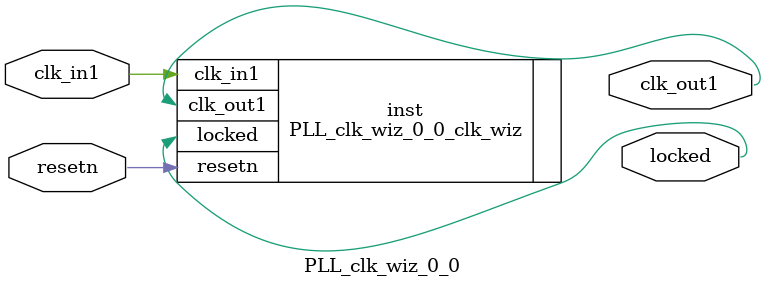
<source format=v>


`timescale 1ps/1ps

(* CORE_GENERATION_INFO = "PLL_clk_wiz_0_0,clk_wiz_v6_0_6_0_0,{component_name=PLL_clk_wiz_0_0,use_phase_alignment=true,use_min_o_jitter=false,use_max_i_jitter=false,use_dyn_phase_shift=false,use_inclk_switchover=false,use_dyn_reconfig=false,enable_axi=0,feedback_source=FDBK_AUTO,PRIMITIVE=MMCM,num_out_clk=1,clkin1_period=10.000,clkin2_period=10.000,use_power_down=false,use_reset=true,use_locked=true,use_inclk_stopped=false,feedback_type=SINGLE,CLOCK_MGR_TYPE=NA,manual_override=false}" *)

module PLL_clk_wiz_0_0 
 (
  // Clock out ports
  output        clk_out1,
  // Status and control signals
  input         resetn,
  output        locked,
 // Clock in ports
  input         clk_in1
 );

  PLL_clk_wiz_0_0_clk_wiz inst
  (
  // Clock out ports  
  .clk_out1(clk_out1),
  // Status and control signals               
  .resetn(resetn), 
  .locked(locked),
 // Clock in ports
  .clk_in1(clk_in1)
  );

endmodule

</source>
